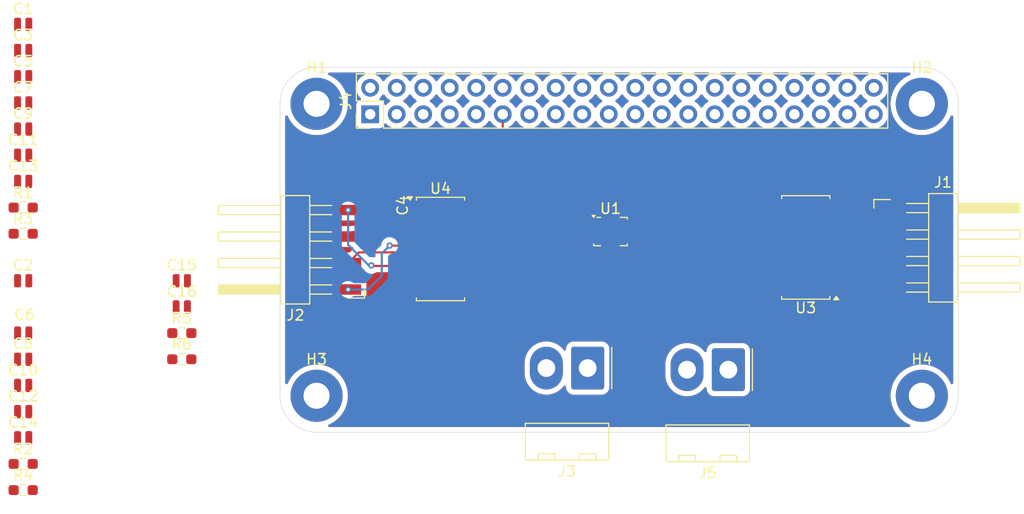
<source format=kicad_pcb>
(kicad_pcb (version 20241229) (generator "pcbnew") (generator_version "9.0")
  (layers (0 "F.Cu" signal) (2 "B.Cu" signal) (13 "F.Paste" user) (15 "B.Paste" user) (5 "F.SilkS" user "F.Silkscreen") (7 "B.SilkS" user "B.Silkscreen") (1 "F.Mask" user) (3 "B.Mask" user) (25 "Edge.Cuts" user))
  (net 0 "")
  (net 1 "Net-(U3-5VOUT)")
  (net 2 "GND")
  (net 3 "Net-(U4-5VOUT)")
  (net 4 "Net-(U3-CPO)")
  (net 5 "Net-(U3-CPI)")
  (net 6 "Net-(U4-CPO)")
  (net 7 "Net-(U4-CPI)")
  (net 8 "+24V")
  (net 9 "Net-(U3-VCP)")
  (net 10 "Net-(U4-VCP)")
  (net 11 "+5V")
  (net 12 "/stepper_driver_1/OB1")
  (net 13 "/stepper_driver_1/OB2")
  (net 14 "/stepper_driver_1/OA1")
  (net 15 "/stepper_driver_1/OA2")
  (net 16 "/stepper_driver_2/OA1")
  (net 17 "/stepper_driver_2/OB1")
  (net 18 "/stepper_driver_2/OB2")
  (net 19 "/stepper_driver_2/OA2")
  (net 21 "CLK")
  (net 22 "INDEX1")
  (net 30 "INDEX2")
  (net 31 "STEP2")
  (net 32 "SDA")
  (net 34 "SA0")
  (net 36 "DIR1")
  (net 41 "STEP1")
  (net 42 "DIAG2")
  (net 43 "DIR2")
  (net 45 "DIAG1")
  (net 46 "INT1")
  (net 47 "SCL")
  (net 49 "INT2")
  (net 50 "Net-(U3-BRB)")
  (net 51 "Net-(U4-BRB)")
  (net 52 "Net-(U3-BRA)")
  (net 53 "Net-(U4-BRA)")
  (footprint "Capacitor_SMD:C_0504_1310Metric" (layer "F.Cu") (at 25.3875 53.41)
    (property "Reference" "C7" (at 0 -1.49 0) (layer "F.SilkS"))
    (property "Value" "100n")
    (pad "1" smd roundrect (at -0.54 0) (size 0.66 1.28) (layers "F.Cu" "F.Mask" "F.Paste") (net 8 "+24V"))
    (pad "2" smd roundrect (at 0.54 0) (size 0.66 1.28) (layers "F.Cu" "F.Mask" "F.Paste") (net 2 "GND"))
  )
  (footprint "Capacitor_SMD:C_0504_1310Metric" (layer "F.Cu") (at 25.3875 50.9)
    (property "Reference" "C5" (at 0 -1.49 0) (layer "F.SilkS"))
    (property "Value" "100n")
    (pad "1" smd roundrect (at -0.54 0) (size 0.66 1.28) (layers "F.Cu" "F.Mask" "F.Paste") (net 8 "+24V"))
    (pad "2" smd roundrect (at 0.54 0) (size 0.66 1.28) (layers "F.Cu" "F.Mask" "F.Paste") (net 9 "Net-(U3-VCP)"))
  )
  (footprint "Package_LGA:LGA-14_3x2.5mm_P0.5mm_LayoutBorder3x4y" (layer "F.Cu") (at 81.6625 65.75)
    (property "Reference" "U1" (at 0 -2.2 0) (layer "F.SilkS"))
    (property "Value" "LSM6DSM")
    (fp_line (start -1.61 1.36) (end -1.61 1.185) (stroke (width 0.12)) (layer "F.SilkS"))
    (fp_line (start -0.935 -1.36) (end -1.31 -1.36) (stroke (width 0.12)) (layer "F.SilkS"))
    (fp_line (start -0.935 1.36) (end -1.61 1.36) (stroke (width 0.12)) (layer "F.SilkS"))
    (fp_line (start 0.935 -1.36) (end 1.61 -1.36) (stroke (width 0.12)) (layer "F.SilkS"))
    (fp_line (start 0.935 1.36) (end 1.61 1.36) (stroke (width 0.12)) (layer "F.SilkS"))
    (fp_line (start 1.61 -1.36) (end 1.61 -1.185) (stroke (width 0.12)) (layer "F.SilkS"))
    (fp_line (start 1.61 1.36) (end 1.61 1.185) (stroke (width 0.12)) (layer "F.SilkS"))
    (fp_poly (pts (xy -1.61 -1.36) (xy -1.75 -1.55) (xy -1.47 -1.55) (xy -1.61 -1.36)) (stroke (width 0.12)) (fill yes) (layer "F.SilkS"))
    (pad "1" smd roundrect (at -1.1625 -0.75) (size 0.625 0.35) (layers "F.Cu" "F.Mask" "F.Paste") (net 34 "SA0"))
    (pad "2" smd roundrect (at -1.1625 -0.25) (size 0.625 0.35) (layers "F.Cu" "F.Mask" "F.Paste") (net 2 "GND"))
    (pad "3" smd roundrect (at -1.1625 0.25) (size 0.625 0.35) (layers "F.Cu" "F.Mask" "F.Paste") (net 2 "GND"))
    (pad "4" smd roundrect (at -1.1625 0.75) (size 0.625 0.35) (layers "F.Cu" "F.Mask" "F.Paste") (net 46 "INT1"))
    (pad "5" smd roundrect (at -0.5 0.9125) (size 0.35 0.625) (layers "F.Cu" "F.Mask" "F.Paste") (net 11 "+5V"))
    (pad "6" smd roundrect (at 0 0.9125) (size 0.35 0.625) (layers "F.Cu" "F.Mask" "F.Paste") (net 2 "GND"))
    (pad "7" smd roundrect (at 0.5 0.9125) (size 0.35 0.625) (layers "F.Cu" "F.Mask" "F.Paste") (net 2 "GND"))
    (pad "8" smd roundrect (at 1.1625 0.75) (size 0.625 0.35) (layers "F.Cu" "F.Mask" "F.Paste") (net 11 "+5V"))
    (pad "9" smd roundrect (at 1.1625 0.25) (size 0.625 0.35) (layers "F.Cu" "F.Mask" "F.Paste") (net 49 "INT2"))
    (pad "10" smd roundrect (at 1.1625 -0.25) (size 0.625 0.35) (layers "F.Cu" "F.Mask" "F.Paste"))
    (pad "11" smd roundrect (at 1.1625 -0.75) (size 0.625 0.35) (layers "F.Cu" "F.Mask" "F.Paste"))
    (pad "12" smd roundrect (at 0.5 -0.9125) (size 0.35 0.625) (layers "F.Cu" "F.Mask" "F.Paste") (net 11 "+5V"))
    (pad "13" smd roundrect (at 0 -0.9125) (size 0.35 0.625) (layers "F.Cu" "F.Mask" "F.Paste") (net 47 "SCL"))
    (pad "14" smd roundrect (at -0.5 -0.9125) (size 0.35 0.625) (layers "F.Cu" "F.Mask" "F.Paste") (net 32 "SDA"))
  )
  (footprint "MountingHole:MountingHole_2.5mm_Pad" (layer "F.Cu") (at 53.5 53.5)
    (property "Reference" "H1" (at 0 -3.5 0) (layer "F.SilkS"))
    (property "Value" "MountingHole_Pad")
    (pad "1" thru_hole circle (at 0 0) (size 5 5) (drill 2.5) (layers "*.Cu" "*.Mask") (net 2 "GND"))
  )
  (footprint "Connector_PinHeader_2.54mm:PinHeader_2x20_P2.54mm_Vertical" (layer "F.Cu") (at 58.64 54.5 90)
    (property "Reference" "J4" (at 1.27 -2.33 90) (layer "F.SilkS"))
    (property "Value" "02x20_RPi_Shield")
    (fp_line (start 3.87 -1.33) (end 3.87 49.59) (stroke (width 0.12)) (layer "F.SilkS"))
    (fp_line (start 1.27 -1.33) (end 3.87 -1.33) (stroke (width 0.12)) (layer "F.SilkS"))
    (fp_line (start -1.33 -1.33) (end 0 -1.33) (stroke (width 0.12)) (layer "F.SilkS"))
    (fp_line (start -1.33 0) (end -1.33 -1.33) (stroke (width 0.12)) (layer "F.SilkS"))
    (fp_line (start 1.27 1.27) (end 1.27 -1.33) (stroke (width 0.12)) (layer "F.SilkS"))
    (fp_line (start -1.33 1.27) (end 1.27 1.27) (stroke (width 0.12)) (layer "F.SilkS"))
    (fp_line (start -1.33 1.27) (end -1.33 49.59) (stroke (width 0.12)) (layer "F.SilkS"))
    (fp_line (start -1.33 49.59) (end 3.87 49.59) (stroke (width 0.12)) (layer "F.SilkS"))
    (pad "1" thru_hole rect (at 0 0 90) (size 1.7 1.7) (drill 1) (layers "*.Cu" "*.Mask"))
    (pad "2" thru_hole oval (at 2.54 0 90) (size 1.7 1.7) (drill 1) (layers "*.Cu" "*.Mask") (net 32 "SDA"))
    (pad "3" thru_hole oval (at 0 2.54 90) (size 1.7 1.7) (drill 1) (layers "*.Cu" "*.Mask") (net 47 "SCL"))
    (pad "4" thru_hole oval (at 2.54 2.54 90) (size 1.7 1.7) (drill 1) (layers "*.Cu" "*.Mask") (net 34 "SA0"))
    (pad "5" thru_hole oval (at 0 5.08 90) (size 1.7 1.7) (drill 1) (layers "*.Cu" "*.Mask") (net 2 "GND"))
    (pad "6" thru_hole oval (at 2.54 5.08 90) (size 1.7 1.7) (drill 1) (layers "*.Cu" "*.Mask") (net 41 "STEP1"))
    (pad "7" thru_hole oval (at 0 7.62 90) (size 1.7 1.7) (drill 1) (layers "*.Cu" "*.Mask") (net 36 "DIR1"))
    (pad "8" thru_hole oval (at 2.54 7.62 90) (size 1.7 1.7) (drill 1) (layers "*.Cu" "*.Mask") (net 22 "INDEX1"))
    (pad "9" thru_hole oval (at 0 10.16 90) (size 1.7 1.7) (drill 1) (layers "*.Cu" "*.Mask"))
    (pad "10" thru_hole oval (at 2.54 10.16 90) (size 1.7 1.7) (drill 1) (layers "*.Cu" "*.Mask") (net 45 "DIAG1"))
    (pad "11" thru_hole oval (at 0 12.7 90) (size 1.7 1.7) (drill 1) (layers "*.Cu" "*.Mask") (net 31 "STEP2"))
    (pad "12" thru_hole oval (at 2.54 12.7 90) (size 1.7 1.7) (drill 1) (layers "*.Cu" "*.Mask") (net 43 "DIR2"))
    (pad "13" thru_hole oval (at 0 15.24 90) (size 1.7 1.7) (drill 1) (layers "*.Cu" "*.Mask") (net 2 "GND"))
    (pad "14" thru_hole oval (at 2.54 15.24 90) (size 1.7 1.7) (drill 1) (layers "*.Cu" "*.Mask"))
    (pad "15" thru_hole oval (at 0 17.78 90) (size 1.7 1.7) (drill 1) (layers "*.Cu" "*.Mask") (net 30 "INDEX2"))
    (pad "16" thru_hole oval (at 2.54 17.78 90) (size 1.7 1.7) (drill 1) (layers "*.Cu" "*.Mask") (net 42 "DIAG2"))
    (pad "17" thru_hole oval (at 0 20.32 90) (size 1.7 1.7) (drill 1) (layers "*.Cu" "*.Mask") (net 21 "CLK"))
    (pad "18" thru_hole oval (at 2.54 20.32 90) (size 1.7 1.7) (drill 1) (layers "*.Cu" "*.Mask"))
    (pad "19" thru_hole oval (at 0 22.86 90) (size 1.7 1.7) (drill 1) (layers "*.Cu" "*.Mask"))
    (pad "20" thru_hole oval (at 2.54 22.86 90) (size 1.7 1.7) (drill 1) (layers "*.Cu" "*.Mask") (net 2 "GND"))
    (pad "21" thru_hole oval (at 0 25.4 90) (size 1.7 1.7) (drill 1) (layers "*.Cu" "*.Mask"))
    (pad "22" thru_hole oval (at 2.54 25.4 90) (size 1.7 1.7) (drill 1) (layers "*.Cu" "*.Mask"))
    (pad "23" thru_hole oval (at 0 27.94 90) (size 1.7 1.7) (drill 1) (layers "*.Cu" "*.Mask"))
    (pad "24" thru_hole oval (at 2.54 27.94 90) (size 1.7 1.7) (drill 1) (layers "*.Cu" "*.Mask") (net 2 "GND"))
    (pad "25" thru_hole oval (at 0 30.48 90) (size 1.7 1.7) (drill 1) (layers "*.Cu" "*.Mask"))
    (pad "26" thru_hole oval (at 2.54 30.48 90) (size 1.7 1.7) (drill 1) (layers "*.Cu" "*.Mask") (net 2 "GND"))
    (pad "27" thru_hole oval (at 0 33.02 90) (size 1.7 1.7) (drill 1) (layers "*.Cu" "*.Mask"))
    (pad "28" thru_hole oval (at 2.54 33.02 90) (size 1.7 1.7) (drill 1) (layers "*.Cu" "*.Mask"))
    (pad "29" thru_hole oval (at 0 35.56 90) (size 1.7 1.7) (drill 1) (layers "*.Cu" "*.Mask"))
    (pad "30" thru_hole oval (at 2.54 35.56 90) (size 1.7 1.7) (drill 1) (layers "*.Cu" "*.Mask"))
    (pad "31" thru_hole oval (at 0 38.1 90) (size 1.7 1.7) (drill 1) (layers "*.Cu" "*.Mask") (net 2 "GND"))
    (pad "32" thru_hole oval (at 2.54 38.1 90) (size 1.7 1.7) (drill 1) (layers "*.Cu" "*.Mask"))
    (pad "33" thru_hole oval (at 0 40.64 90) (size 1.7 1.7) (drill 1) (layers "*.Cu" "*.Mask"))
    (pad "34" thru_hole oval (at 2.54 40.64 90) (size 1.7 1.7) (drill 1) (layers "*.Cu" "*.Mask") (net 2 "GND"))
    (pad "35" thru_hole oval (at 0 43.18 90) (size 1.7 1.7) (drill 1) (layers "*.Cu" "*.Mask"))
    (pad "36" thru_hole oval (at 2.54 43.18 90) (size 1.7 1.7) (drill 1) (layers "*.Cu" "*.Mask") (net 49 "INT2"))
    (pad "37" thru_hole oval (at 0 45.72 90) (size 1.7 1.7) (drill 1) (layers "*.Cu" "*.Mask") (net 46 "INT1"))
    (pad "38" thru_hole oval (at 2.54 45.72 90) (size 1.7 1.7) (drill 1) (layers "*.Cu" "*.Mask") (net 2 "GND"))
    (pad "39" thru_hole oval (at 0 48.26 90) (size 1.7 1.7) (drill 1) (layers "*.Cu" "*.Mask") (net 11 "+5V"))
    (pad "40" thru_hole oval (at 2.54 48.26 90) (size 1.7 1.7) (drill 1) (layers "*.Cu" "*.Mask") (net 11 "+5V"))
  )
  (footprint "Capacitor_SMD:C_0504_1310Metric" (layer "F.Cu") (at 25.3875 55.92)
    (property "Reference" "C9" (at 0 -1.49 0) (layer "F.SilkS"))
    (property "Value" "100n")
    (pad "1" smd roundrect (at -0.54 0) (size 0.66 1.28) (layers "F.Cu" "F.Mask" "F.Paste") (net 8 "+24V"))
    (pad "2" smd roundrect (at 0.54 0) (size 0.66 1.28) (layers "F.Cu" "F.Mask" "F.Paste") (net 2 "GND"))
  )
  (footprint "Capacitor_SMD:C_0504_1310Metric" (layer "F.Cu") (at 25.3875 85.53)
    (property "Reference" "C14" (at 0 -1.49 0) (layer "F.SilkS"))
    (property "Value" "100n")
    (pad "1" smd roundrect (at -0.54 0) (size 0.66 1.28) (layers "F.Cu" "F.Mask" "F.Paste") (net 11 "+5V"))
    (pad "2" smd roundrect (at 0.54 0) (size 0.66 1.28) (layers "F.Cu" "F.Mask" "F.Paste") (net 2 "GND"))
  )
  (footprint "Capacitor_SMD:C_0504_1310Metric" (layer "F.Cu") (at 25.3875 83.02)
    (property "Reference" "C12" (at 0 -1.49 0) (layer "F.SilkS"))
    (property "Value" "100u")
    (pad "1" smd roundrect (at -0.54 0) (size 0.66 1.28) (layers "F.Cu" "F.Mask" "F.Paste") (net 8 "+24V"))
    (pad "2" smd roundrect (at 0.54 0) (size 0.66 1.28) (layers "F.Cu" "F.Mask" "F.Paste") (net 2 "GND"))
  )
  (footprint "Connector_Molex:Molex_KK-396_A-41792-0002_1x02_P3.96mm_Horizontal" (layer "F.Cu") (at 92.96 79 180)
    (property "Reference" "J5" (at 1.98 -9.91 0) (layer "F.SilkS"))
    (property "Value" "PwrConn_01x02_Socket")
    (fp_line (start 5.975 -5.3) (end -2.015 -5.3) (stroke (width 0.12)) (layer "F.SilkS"))
    (fp_line (start 5.975 -8.82) (end 5.975 -5.3) (stroke (width 0.12)) (layer "F.SilkS"))
    (fp_line (start 4.76 -8.22) (end 4.76 -8.82) (stroke (width 0.12)) (layer "F.SilkS"))
    (fp_line (start 3.16 -8.22) (end 4.76 -8.22) (stroke (width 0.12)) (layer "F.SilkS"))
    (fp_line (start 3.16 -8.82) (end 3.16 -8.22) (stroke (width 0.12)) (layer "F.SilkS"))
    (fp_line (start 0.8 -8.22) (end 0.8 -8.82) (stroke (width 0.12)) (layer "F.SilkS"))
    (fp_line (start -0.8 -8.22) (end 0.8 -8.22) (stroke (width 0.12)) (layer "F.SilkS"))
    (fp_line (start -0.8 -8.82) (end -0.8 -8.22) (stroke (width 0.12)) (layer "F.SilkS"))
    (fp_line (start -2.015 -5.3) (end -2.015 -8.82) (stroke (width 0.12)) (layer "F.SilkS"))
    (fp_line (start -2.015 -8.82) (end 5.975 -8.82) (stroke (width 0.12)) (layer "F.SilkS"))
    (fp_line (start -2.305 -2) (end -2.305 2) (stroke (width 0.12)) (layer "F.SilkS"))
    (pad "1" thru_hole roundrect (at 0 0 180) (size 3.16 4.1) (drill 1.7) (layers "*.Cu" "*.Mask") (roundrect_rratio 0.079114) (net 2 "GND"))
    (pad "2" thru_hole oval (at 3.96 0 180) (size 3.16 4.1) (drill 1.7) (layers "*.Cu" "*.Mask") (net 8 "+24V"))
  )
  (footprint "Package_SO:HTSSOP-28-1EP_4.4x9.7mm_P0.65mm_EP2.75x6.2mm" (layer "F.Cu") (at 65.375 67.425)
    (property "Reference" "U4" (at 0 -5.8 0) (layer "F.SilkS"))
    (property "Value" "~")
    (fp_line (start -2.31 -4.96) (end -2.31 -4.685) (stroke (width 0.12)) (layer "F.SilkS"))
    (fp_line (start -2.31 4.96) (end -2.31 4.685) (stroke (width 0.12)) (layer "F.SilkS"))
    (fp_line (start 0 -4.96) (end -2.31 -4.96) (stroke (width 0.12)) (layer "F.SilkS"))
    (fp_line (start 0 -4.96) (end 2.31 -4.96) (stroke (width 0.12)) (layer "F.SilkS"))
    (fp_line (start 0 4.96) (end -2.31 4.96) (stroke (width 0.12)) (layer "F.SilkS"))
    (fp_line (start 0 4.96) (end 2.31 4.96) (stroke (width 0.12)) (layer "F.SilkS"))
    (fp_line (start 2.31 -4.96) (end 2.31 -4.685) (stroke (width 0.12)) (layer "F.SilkS"))
    (fp_line (start 2.31 4.96) (end 2.31 4.685) (stroke (width 0.12)) (layer "F.SilkS"))
    (fp_poly (pts (xy -2.925 -4.685) (xy -3.165 -5.015) (xy -2.685 -5.015) (xy -2.925 -4.685)) (stroke (width 0.12)) (fill yes) (layer "F.SilkS"))
    (pad "1" smd roundrect (at -2.875 -4.225) (size 1.55 0.4) (layers "F.Cu" "F.Mask" "F.Paste") (net 6 "Net-(U4-CPO)"))
    (pad "2" smd roundrect (at -2.875 -3.575) (size 1.55 0.4) (layers "F.Cu" "F.Mask" "F.Paste") (net 7 "Net-(U4-CPI)"))
    (pad "3" smd roundrect (at -2.875 -2.925) (size 1.55 0.4) (layers "F.Cu" "F.Mask" "F.Paste") (net 10 "Net-(U4-VCP)"))
    (pad "4" smd roundrect (at -2.875 -2.275) (size 1.55 0.4) (layers "F.Cu" "F.Mask" "F.Paste") (net 8 "+24V"))
    (pad "5" smd roundrect (at -2.875 -1.625) (size 1.55 0.4) (layers "F.Cu" "F.Mask" "F.Paste") (net 19 "/stepper_driver_2/OA2"))
    (pad "6" smd roundrect (at -2.875 -0.975) (size 1.55 0.4) (layers "F.Cu" "F.Mask" "F.Paste") (net 53 "Net-(U4-BRA)"))
    (pad "7" smd roundrect (at -2.875 -0.325) (size 1.55 0.4) (layers "F.Cu" "F.Mask" "F.Paste") (net 16 "/stepper_driver_2/OA1"))
    (pad "8" smd roundrect (at -2.875 0.325) (size 1.55 0.4) (layers "F.Cu" "F.Mask" "F.Paste") (net 17 "/stepper_driver_2/OB1"))
    (pad "9" smd roundrect (at -2.875 0.975) (size 1.55 0.4) (layers "F.Cu" "F.Mask" "F.Paste") (net 51 "Net-(U4-BRB)"))
    (pad "10" smd roundrect (at -2.875 1.625) (size 1.55 0.4) (layers "F.Cu" "F.Mask" "F.Paste") (net 18 "/stepper_driver_2/OB2"))
    (pad "11" smd roundrect (at -2.875 2.275) (size 1.55 0.4) (layers "F.Cu" "F.Mask" "F.Paste") (net 8 "+24V"))
    (pad "12" smd roundrect (at -2.875 2.925) (size 1.55 0.4) (layers "F.Cu" "F.Mask" "F.Paste"))
    (pad "13" smd roundrect (at -2.875 3.575) (size 1.55 0.4) (layers "F.Cu" "F.Mask" "F.Paste") (net 2 "GND"))
    (pad "14" smd roundrect (at -2.875 4.225) (size 1.55 0.4) (layers "F.Cu" "F.Mask" "F.Paste") (net 2 "GND"))
    (pad "15" smd roundrect (at 2.875 4.225) (size 1.55 0.4) (layers "F.Cu" "F.Mask" "F.Paste") (net 3 "Net-(U4-5VOUT)"))
    (pad "16" smd roundrect (at 2.875 3.575) (size 1.55 0.4) (layers "F.Cu" "F.Mask" "F.Paste") (net 11 "+5V"))
    (pad "17" smd roundrect (at 2.875 2.925) (size 1.55 0.4) (layers "F.Cu" "F.Mask" "F.Paste") (net 2 "GND"))
    (pad "18" smd roundrect (at 2.875 2.275) (size 1.55 0.4) (layers "F.Cu" "F.Mask" "F.Paste") (net 42 "DIAG2"))
    (pad "19" smd roundrect (at 2.875 1.625) (size 1.55 0.4) (layers "F.Cu" "F.Mask" "F.Paste") (net 2 "GND"))
    (pad "20" smd roundrect (at 2.875 0.975) (size 1.55 0.4) (layers "F.Cu" "F.Mask" "F.Paste") (net 43 "DIR2"))
    (pad "21" smd roundrect (at 2.875 0.325) (size 1.55 0.4) (layers "F.Cu" "F.Mask" "F.Paste") (net 2 "GND"))
    (pad "22" smd roundrect (at 2.875 -0.325) (size 1.55 0.4) (layers "F.Cu" "F.Mask" "F.Paste") (net 31 "STEP2"))
    (pad "23" smd roundrect (at 2.875 -0.975) (size 1.55 0.4) (layers "F.Cu" "F.Mask" "F.Paste"))
    (pad "24" smd roundrect (at 2.875 -1.625) (size 1.55 0.4) (layers "F.Cu" "F.Mask" "F.Paste") (net 21 "CLK"))
    (pad "25" smd roundrect (at 2.875 -2.275) (size 1.55 0.4) (layers "F.Cu" "F.Mask" "F.Paste") (net 11 "+5V"))
    (pad "26" smd roundrect (at 2.875 -2.925) (size 1.55 0.4) (layers "F.Cu" "F.Mask" "F.Paste") (net 11 "+5V"))
    (pad "27" smd roundrect (at 2.875 -3.575) (size 1.55 0.4) (layers "F.Cu" "F.Mask" "F.Paste") (net 30 "INDEX2"))
    (pad "28" smd roundrect (at 2.875 -4.225) (size 1.55 0.4) (layers "F.Cu" "F.Mask" "F.Paste") (net 2 "GND"))
    (pad "29" smd rect (at 0 0) (size 2.75 6.2) (property pad_prop_heatsink) (layers "F.Cu" "F.Mask") (net 2 "GND"))
  )
  (footprint "Capacitor_SMD:C_0504_1310Metric" (layer "F.Cu") (at 25.3875 75.49)
    (property "Reference" "C6" (at 0.1125 -1.74 180) (layer "F.SilkS"))
    (property "Value" "100n")
    (pad "1" smd roundrect (at -0.54 0) (size 0.66 1.28) (layers "F.Cu" "F.Mask" "F.Paste") (net 8 "+24V"))
    (pad "2" smd roundrect (at 0.54 0) (size 0.66 1.28) (layers "F.Cu" "F.Mask" "F.Paste") (net 10 "Net-(U4-VCP)"))
  )
  (footprint "Resistor_SMD:R_0603_1608Metric_Pad0.98x0.95mm_HandSolder" (layer "F.Cu") (at 40.5875 78)
    (property "Reference" "R6" (at 0 -1.43 0) (layer "F.SilkS"))
    (property "Value" "10k")
    (fp_line (start -0.254724 -0.5225) (end 0.254724 -0.5225) (stroke (width 0.12)) (layer "F.SilkS"))
    (fp_line (start -0.254724 0.5225) (end 0.254724 0.5225) (stroke (width 0.12)) (layer "F.SilkS"))
    (pad "1" smd roundrect (at -0.9125 0) (size 0.975 0.95) (layers "F.Cu" "F.Mask" "F.Paste") (net 47 "SCL"))
    (pad "2" smd roundrect (at 0.9125 0) (size 0.975 0.95) (layers "F.Cu" "F.Mask" "F.Paste") (net 11 "+5V"))
  )
  (footprint "Capacitor_SMD:C_0504_1310Metric" (layer "F.Cu") (at 40.5875 72.98)
    (property "Reference" "C16" (at 0 -1.49 0) (layer "F.SilkS"))
    (property "Value" "100n")
    (pad "1" smd roundrect (at -0.54 0) (size 0.66 1.28) (layers "F.Cu" "F.Mask" "F.Paste") (net 11 "+5V"))
    (pad "2" smd roundrect (at 0.54 0) (size 0.66 1.28) (layers "F.Cu" "F.Mask" "F.Paste") (net 2 "GND"))
  )
  (footprint "Connector_Molex:Molex_KK-396_A-41792-0002_1x02_P3.96mm_Horizontal" (layer "F.Cu") (at 79.48 78.845 180)
    (property "Reference" "J3" (at 1.98 -9.91 0) (layer "F.SilkS"))
    (property "Value" "PwrConn_01x02_Socket")
    (fp_line (start 5.975 -5.3) (end -2.015 -5.3) (stroke (width 0.12)) (layer "F.SilkS"))
    (fp_line (start 5.975 -8.82) (end 5.975 -5.3) (stroke (width 0.12)) (layer "F.SilkS"))
    (fp_line (start 4.76 -8.22) (end 4.76 -8.82) (stroke (width 0.12)) (layer "F.SilkS"))
    (fp_line (start 3.16 -8.22) (end 4.76 -8.22) (stroke (width 0.12)) (layer "F.SilkS"))
    (fp_line (start 3.16 -8.82) (end 3.16 -8.22) (stroke (width 0.12)) (layer "F.SilkS"))
    (fp_line (start 0.8 -8.22) (end 0.8 -8.82) (stroke (width 0.12)) (layer "F.SilkS"))
    (fp_line (start -0.8 -8.22) (end 0.8 -8.22) (stroke (width 0.12)) (layer "F.SilkS"))
    (fp_line (start -0.8 -8.82) (end -0.8 -8.22) (stroke (width 0.12)) (layer "F.SilkS"))
    (fp_line (start -2.015 -5.3) (end -2.015 -8.82) (stroke (width 0.12)) (layer "F.SilkS"))
    (fp_line (start -2.015 -8.82) (end 5.975 -8.82) (stroke (width 0.12)) (layer "F.SilkS"))
    (fp_line (start -2.305 -2) (end -2.305 2) (stroke (width 0.12)) (layer "F.SilkS"))
    (pad "1" thru_hole roundrect (at 0 0 180) (size 3.16 4.1) (drill 1.7) (layers "*.Cu" "*.Mask") (roundrect_rratio 0.079114) (net 2 "GND"))
    (pad "2" thru_hole oval (at 3.96 0 180) (size 3.16 4.1) (drill 1.7) (layers "*.Cu" "*.Mask") (net 11 "+5V"))
  )
  (footprint "MountingHole:MountingHole_2.5mm_Pad" (layer "F.Cu") (at 53.5 81.5)
    (property "Reference" "H3" (at 0 -3.5 0) (layer "F.SilkS"))
    (property "Value" "MountingHole_Pad")
    (pad "1" thru_hole circle (at 0 0) (size 5 5) (drill 2.5) (layers "*.Cu" "*.Mask") (net 2 "GND"))
  )
  (footprint "Capacitor_SMD:C_0504_1310Metric" (layer "F.Cu") (at 60.25 63.25 -90)
    (property "Reference" "C4" (at 0 -1.49 90) (layer "F.SilkS"))
    (property "Value" "22n")
    (pad "1" smd roundrect (at -0.54 0 270) (size 0.66 1.28) (layers "F.Cu" "F.Mask" "F.Paste") (net 6 "Net-(U4-CPO)"))
    (pad "2" smd roundrect (at 0.54 0 270) (size 0.66 1.28) (layers "F.Cu" "F.Mask" "F.Paste") (net 7 "Net-(U4-CPI)"))
  )
  (footprint "Package_SO:HTSSOP-28-1EP_4.4x9.7mm_P0.65mm_EP2.75x6.2mm" (layer "F.Cu") (at 100.375 67.275 180)
    (property "Reference" "U3" (at 0 -5.8 0) (layer "F.SilkS"))
    (property "Value" "~")
    (fp_line (start 2.31 4.96) (end 2.31 4.685) (stroke (width 0.12)) (layer "F.SilkS"))
    (fp_line (start 2.31 -4.96) (end 2.31 -4.685) (stroke (width 0.12)) (layer "F.SilkS"))
    (fp_line (start 0 4.96) (end 2.31 4.96) (stroke (width 0.12)) (layer "F.SilkS"))
    (fp_line (start 0 4.96) (end -2.31 4.96) (stroke (width 0.12)) (layer "F.SilkS"))
    (fp_line (start 0 -4.96) (end 2.31 -4.96) (stroke (width 0.12)) (layer "F.SilkS"))
    (fp_line (start 0 -4.96) (end -2.31 -4.96) (stroke (width 0.12)) (layer "F.SilkS"))
    (fp_line (start -2.31 4.96) (end -2.31 4.685) (stroke (width 0.12)) (layer "F.SilkS"))
    (fp_line (start -2.31 -4.96) (end -2.31 -4.685) (stroke (width 0.12)) (layer "F.SilkS"))
    (fp_poly (pts (xy -2.925 -4.685) (xy -3.165 -5.015) (xy -2.685 -5.015) (xy -2.925 -4.685)) (stroke (width 0.12)) (fill yes) (layer "F.SilkS"))
    (pad "1" smd roundrect (at -2.875 -4.225 180) (size 1.55 0.4) (layers "F.Cu" "F.Mask" "F.Paste") (net 4 "Net-(U3-CPO)"))
    (pad "2" smd roundrect (at -2.875 -3.575 180) (size 1.55 0.4) (layers "F.Cu" "F.Mask" "F.Paste") (net 5 "Net-(U3-CPI)"))
    (pad "3" smd roundrect (at -2.875 -2.925 180) (size 1.55 0.4) (layers "F.Cu" "F.Mask" "F.Paste") (net 9 "Net-(U3-VCP)"))
    (pad "4" smd roundrect (at -2.875 -2.275 180) (size 1.55 0.4) (layers "F.Cu" "F.Mask" "F.Paste") (net 8 "+24V"))
    (pad "5" smd roundrect (at -2.875 -1.625 180) (size 1.55 0.4) (layers "F.Cu" "F.Mask" "F.Paste") (net 15 "/stepper_driver_1/OA2"))
    (pad "6" smd roundrect (at -2.875 -0.975 180) (size 1.55 0.4) (layers "F.Cu" "F.Mask" "F.Paste") (net 52 "Net-(U3-BRA)"))
    (pad "7" smd roundrect (at -2.875 -0.325 180) (size 1.55 0.4) (layers "F.Cu" "F.Mask" "F.Paste") (net 14 "/stepper_driver_1/OA1"))
    (pad "8" smd roundrect (at -2.875 0.325 180) (size 1.55 0.4) (layers "F.Cu" "F.Mask" "F.Paste") (net 12 "/stepper_driver_1/OB1"))
    (pad "9" smd roundrect (at -2.875 0.975 180) (size 1.55 0.4) (layers "F.Cu" "F.Mask" "F.Paste") (net 50 "Net-(U3-BRB)"))
    (pad "10" smd roundrect (at -2.875 1.625 180) (size 1.55 0.4) (layers "F.Cu" "F.Mask" "F.Paste") (net 13 "/stepper_driver_1/OB2"))
    (pad "11" smd roundrect (at -2.875 2.275 180) (size 1.55 0.4) (layers "F.Cu" "F.Mask" "F.Paste") (net 8 "+24V"))
    (pad "12" smd roundrect (at -2.875 2.925 180) (size 1.55 0.4) (layers "F.Cu" "F.Mask" "F.Paste"))
    (pad "13" smd roundrect (at -2.875 3.575 180) (size 1.55 0.4) (layers "F.Cu" "F.Mask" "F.Paste") (net 2 "GND"))
    (pad "14" smd roundrect (at -2.875 4.225 180) (size 1.55 0.4) (layers "F.Cu" "F.Mask" "F.Paste") (net 2 "GND"))
    (pad "15" smd roundrect (at 2.875 4.225 180) (size 1.55 0.4) (layers "F.Cu" "F.Mask" "F.Paste") (net 1 "Net-(U3-5VOUT)"))
    (pad "16" smd roundrect (at 2.875 3.575 180) (size 1.55 0.4) (layers "F.Cu" "F.Mask" "F.Paste") (net 11 "+5V"))
    (pad "17" smd roundrect (at 2.875 2.925 180) (size 1.55 0.4) (layers "F.Cu" "F.Mask" "F.Paste") (net 2 "GND"))
    (pad "18" smd roundrect (at 2.875 2.275 180) (size 1.55 0.4) (layers "F.Cu" "F.Mask" "F.Paste") (net 45 "DIAG1"))
    (pad "19" smd roundrect (at 2.875 1.625 180) (size 1.55 0.4) (layers "F.Cu" "F.Mask" "F.Paste") (net 2 "GND"))
    (pad "20" smd roundrect (at 2.875 0.975 180) (size 1.55 0.4) (layers "F.Cu" "F.Mask" "F.Paste") (net 36 "DIR1"))
    (pad "21" smd roundrect (at 2.875 0.325 180) (size 1.55 0.4) (layers "F.Cu" "F.Mask" "F.Paste") (net 2 "GND"))
    (pad "22" smd roundrect (at 2.875 -0.325 180) (size 1.55 0.4) (layers "F.Cu" "F.Mask" "F.Paste") (net 41 "STEP1"))
    (pad "23" smd roundrect (at 2.875 -0.975 180) (size 1.55 0.4) (layers "F.Cu" "F.Mask" "F.Paste"))
    (pad "24" smd roundrect (at 2.875 -1.625 180) (size 1.55 0.4) (layers "F.Cu" "F.Mask" "F.Paste") (net 21 "CLK"))
    (pad "25" smd roundrect (at 2.875 -2.275 180) (size 1.55 0.4) (layers "F.Cu" "F.Mask" "F.Paste") (net 11 "+5V"))
    (pad "26" smd roundrect (at 2.875 -2.925 180) (size 1.55 0.4) (layers "F.Cu" "F.Mask" "F.Paste") (net 11 "+5V"))
    (pad "27" smd roundrect (at 2.875 -3.575 180) (size 1.55 0.4) (layers "F.Cu" "F.Mask" "F.Paste") (net 22 "INDEX1"))
    (pad "28" smd roundrect (at 2.875 -4.225 180) (size 1.55 0.4) (layers "F.Cu" "F.Mask" "F.Paste") (net 2 "GND"))
    (pad "29" smd rect (at 0 0 180) (size 2.75 6.2) (property pad_prop_heatsink) (layers "F.Cu" "F.Mask") (net 2 "GND"))
  )
  (footprint "MountingHole:MountingHole_2.5mm_Pad" (layer "F.Cu") (at 111.5 53.5)
    (property "Reference" "H2" (at 0 -3.5 0) (layer "F.SilkS"))
    (property "Value" "MountingHole_Pad")
    (pad "1" thru_hole circle (at 0 0) (size 5 5) (drill 2.5) (layers "*.Cu" "*.Mask") (net 2 "GND"))
  )
  (footprint "Resistor_SMD:R_0603_1608Metric_Pad0.98x0.95mm_HandSolder" (layer "F.Cu") (at 25.3875 65.96)
    (property "Reference" "R3" (at 0 -1.43 0) (layer "F.SilkS"))
    (property "Value" "220m")
    (fp_line (start -0.254724 -0.5225) (end 0.254724 -0.5225) (stroke (width 0.12)) (layer "F.SilkS"))
    (fp_line (start -0.254724 0.5225) (end 0.254724 0.5225) (stroke (width 0.12)) (layer "F.SilkS"))
    (pad "1" smd roundrect (at -0.9125 0) (size 0.975 0.95) (layers "F.Cu" "F.Mask" "F.Paste") (net 2 "GND"))
    (pad "2" smd roundrect (at 0.9125 0) (size 0.975 0.95) (layers "F.Cu" "F.Mask" "F.Paste") (net 52 "Net-(U3-BRA)"))
  )
  (footprint "Capacitor_SMD:C_0504_1310Metric" (layer "F.Cu") (at 25.3875 58.43)
    (property "Reference" "C11" (at 0 -1.49 0) (layer "F.SilkS"))
    (property "Value" "100u")
    (pad "1" smd roundrect (at -0.54 0) (size 0.66 1.28) (layers "F.Cu" "F.Mask" "F.Paste") (net 8 "+24V"))
    (pad "2" smd roundrect (at 0.54 0) (size 0.66 1.28) (layers "F.Cu" "F.Mask" "F.Paste") (net 2 "GND"))
  )
  (footprint "Resistor_SMD:R_0603_1608Metric_Pad0.98x0.95mm_HandSolder" (layer "F.Cu") (at 25.3875 90.55)
    (property "Reference" "R4" (at 0 -1.43 0) (layer "F.SilkS"))
    (property "Value" "220m")
    (fp_line (start -0.254724 -0.5225) (end 0.254724 -0.5225) (stroke (width 0.12)) (layer "F.SilkS"))
    (fp_line (start -0.254724 0.5225) (end 0.254724 0.5225) (stroke (width 0.12)) (layer "F.SilkS"))
    (pad "1" smd roundrect (at -0.9125 0) (size 0.975 0.95) (layers "F.Cu" "F.Mask" "F.Paste") (net 2 "GND"))
    (pad "2" smd roundrect (at 0.9125 0) (size 0.975 0.95) (layers "F.Cu" "F.Mask" "F.Paste") (net 53 "Net-(U4-BRA)"))
  )
  (footprint "Resistor_SMD:R_0603_1608Metric_Pad0.98x0.95mm_HandSolder" (layer "F.Cu") (at 25.3875 63.45)
    (property "Reference" "R1" (at 0 -1.43 0) (layer "F.SilkS"))
    (property "Value" "220m")
    (fp_line (start -0.254724 -0.5225) (end 0.254724 -0.5225) (stroke (width 0.12)) (layer "F.SilkS"))
    (fp_line (start -0.254724 0.5225) (end 0.254724 0.5225) (stroke (width 0.12)) (layer "F.SilkS"))
    (pad "1" smd roundrect (at -0.9125 0) (size 0.975 0.95) (layers "F.Cu" "F.Mask" "F.Paste") (net 50 "Net-(U3-BRB)"))
    (pad "2" smd roundrect (at 0.9125 0) (size 0.975 0.95) (layers "F.Cu" "F.Mask" "F.Paste") (net 2 "GND"))
  )
  (footprint "Resistor_SMD:R_0603_1608Metric_Pad0.98x0.95mm_HandSolder" (layer "F.Cu") (at 25.3875 88.04)
    (property "Reference" "R2" (at 0 -1.43 0) (layer "F.SilkS"))
    (property "Value" "220m")
    (fp_line (start -0.254724 -0.5225) (end 0.254724 -0.5225) (stroke (width 0.12)) (layer "F.SilkS"))
    (fp_line (start -0.254724 0.5225) (end 0.254724 0.5225) (stroke (width 0.12)) (layer "F.SilkS"))
    (pad "1" smd roundrect (at -0.9125 0) (size 0.975 0.95) (layers "F.Cu" "F.Mask" "F.Paste") (net 51 "Net-(U4-BRB)"))
    (pad "2" smd roundrect (at 0.9125 0) (size 0.975 0.95) (layers "F.Cu" "F.Mask" "F.Paste") (net 2 "GND"))
  )
  (footprint "Capacitor_SMD:C_0504_1310Metric" (layer "F.Cu") (at 25.3875 78)
    (property "Reference" "C8" (at 0 -1.49 0) (layer "F.SilkS"))
    (property "Value" "100n")
    (pad "1" smd roundrect (at -0.54 0) (size 0.66 1.28) (layers "F.Cu" "F.Mask" "F.Paste") (net 8 "+24V"))
    (pad "2" smd roundrect (at 0.54 0) (size 0.66 1.28) (layers "F.Cu" "F.Mask" "F.Paste") (net 2 "GND"))
  )
  (footprint "Capacitor_SMD:C_0504_1310Metric" (layer "F.Cu") (at 40.5875 70.47)
    (property "Reference" "C15" (at 0 -1.49 0) (layer "F.SilkS"))
    (property "Value" "100n")
    (pad "1" smd roundrect (at -0.54 0) (size 0.66 1.28) (layers "F.Cu" "F.Mask" "F.Paste") (net 2 "GND"))
    (pad "2" smd roundrect (at 0.54 0) (size 0.66 1.28) (layers "F.Cu" "F.Mask" "F.Paste") (net 11 "+5V"))
  )
  (footprint "Connector_Harwin:Harwin_M20-89004xx_1x04_P2.54mm_Horizontal" (layer "F.Cu") (at 51 67.5 180)
    (property "Reference" "J2" (at -0.48 -6.28 0) (layer "F.SilkS"))
    (property "Value" "Conn_stepper_2")
    (fp_line (start 6.895 4.25) (end 0.895 4.25) (stroke (width 0.12)) (layer "F.SilkS"))
    (fp_line (start 6.895 3.37) (end 6.895 4.25) (stroke (width 0.12)) (layer "F.SilkS"))
    (fp_line (start 6.895 1.71) (end 0.895 1.71) (stroke (width 0.12)) (layer "F.SilkS"))
    (fp_line (start 6.895 0.83) (end 6.895 1.71) (stroke (width 0.12)) (layer "F.SilkS"))
    (fp_line (start 6.895 -0.83) (end 0.895 -0.83) (stroke (width 0.12)) (layer "F.SilkS"))
    (fp_line (start 6.895 -1.71) (end 6.895 -0.83) (stroke (width 0.12)) (layer "F.SilkS"))
    (fp_line (start 6.895 -3.37) (end 0.895 -3.37) (stroke (width 0.12)) (layer "F.SilkS"))
    (fp_line (start 6.895 -4.25) (end 6.895 -3.37) (stroke (width 0.12)) (layer "F.SilkS"))
    (fp_line (start 0.895 5.2) (end -1.845 5.2) (stroke (width 0.12)) (layer "F.SilkS"))
    (fp_line (start 0.895 3.37) (end 6.895 3.37) (stroke (width 0.12)) (layer "F.SilkS"))
    (fp_line (start 0.895 0.83) (end 6.895 0.83) (stroke (width 0.12)) (layer "F.SilkS"))
    (fp_line (start 0.895 -1.71) (end 6.895 -1.71) (stroke (width 0.12)) (layer "F.SilkS"))
    (fp_line (start 0.895 -4.25) (end 6.895 -4.25) (stroke (width 0.12)) (layer "F.SilkS"))
    (fp_line (start 0.895 -5.2) (end 0.895 5.2) (stroke (width 0.12)) (layer "F.SilkS"))
    (fp_line (start -1.845 5.2) (end -1.845 -5.2) (stroke (width 0.12)) (layer "F.SilkS"))
    (fp_line (start -1.845 -5.2) (end 0.895 -5.2) (stroke (width 0.12)) (layer "F.SilkS"))
    (fp_line (start -3.955 4.25) (end -1.845 4.25) (stroke (width 0.12)) (layer "F.SilkS"))
    (fp_line (start -3.955 3.37) (end -1.845 3.37) (stroke (width 0.12)) (layer "F.SilkS"))
    (fp_line (start -3.955 1.71) (end -1.845 1.71) (stroke (width 0.12)) (layer "F.SilkS"))
    (fp_line (start -3.955 0.83) (end -1.845 0.83) (stroke (width 0.12)) (layer "F.SilkS"))
    (fp_line (start -3.955 -0.83) (end -1.845 -0.83) (stroke (width 0.12)) (layer "F.SilkS"))
    (fp_line (start -3.955 -1.71) (end -1.845 -1.71) (stroke (width 0.12)) (layer "F.SilkS"))
    (fp_line (start -3.955 -3.37) (end -1.845 -3.37) (stroke (width 0.12)) (layer "F.SilkS"))
    (fp_line (start -3.955 -4.25) (end -1.845 -4.25) (stroke (width 0.12)) (layer "F.SilkS"))
    (fp_line (start -7.095 -3.81) (end -7.095 -4.63) (stroke (width 0.12)) (layer "F.SilkS"))
    (fp_line (start -7.095 -4.63) (end -5.525 -4.63) (stroke (width 0.12)) (layer "F.SilkS"))
    (pad "" smd rect (at 3.895 -3.81 180) (size 6 0.76) (layers "F.SilkS"))
    (pad "1" smd rect (at -5.525 -3.81 180) (size 2.5 1) (layers "F.Cu" "F.Mask" "F.Paste") (net 16 "/stepper_driver_2/OA1"))
    (pad "2" smd rect (at -5.525 -1.27 180) (size 2.5 1) (layers "F.Cu" "F.Mask" "F.Paste") (net 17 "/stepper_driver_2/OB1"))
    (pad "3" smd rect (at -5.525 1.27 180) (size 2.5 1) (layers "F.Cu" "F.Mask" "F.Paste") (net 19 "/stepper_driver_2/OA2"))
    (pad "4" smd rect (at -5.525 3.81 180) (size 2.5 1) (layers "F.Cu" "F.Mask" "F.Paste") (net 18 "/stepper_driver_2/OB2"))
  )
  (footprint "Connector_Harwin:Harwin_M20-89004xx_1x04_P2.54mm_Horizontal" (layer "F.Cu") (at 114 67.31)
    (property "Reference" "J1" (at -0.48 -6.28 0) (layer "F.SilkS"))
    (property "Value" "Conn_stepper_1")
    (fp_line (start -7.095 -4.63) (end -5.525 -4.63) (stroke (width 0.12)) (layer "F.SilkS"))
    (fp_line (start -7.095 -3.81) (end -7.095 -4.63) (stroke (width 0.12)) (layer "F.SilkS"))
    (fp_line (start -3.955 -4.25) (end -1.845 -4.25) (stroke (width 0.12)) (layer "F.SilkS"))
    (fp_line (start -3.955 -3.37) (end -1.845 -3.37) (stroke (width 0.12)) (layer "F.SilkS"))
    (fp_line (start -3.955 -1.71) (end -1.845 -1.71) (stroke (width 0.12)) (layer "F.SilkS"))
    (fp_line (start -3.955 -0.83) (end -1.845 -0.83) (stroke (width 0.12)) (layer "F.SilkS"))
    (fp_line (start -3.955 0.83) (end -1.845 0.83) (stroke (width 0.12)) (layer "F.SilkS"))
    (fp_line (start -3.955 1.71) (end -1.845 1.71) (stroke (width 0.12)) (layer "F.SilkS"))
    (fp_line (start -3.955 3.37) (end -1.845 3.37) (stroke (width 0.12)) (layer "F.SilkS"))
    (fp_line (start -3.955 4.25) (end -1.845 4.25) (stroke (width 0.12)) (layer "F.SilkS"))
    (fp_line (start -1.845 -5.2) (end 0.895 -5.2) (stroke (width 0.12)) (layer "F.SilkS"))
    (fp_line (start -1.845 5.2) (end -1.845 -5.2) (stroke (width 0.12)) (layer "F.SilkS"))
    (fp_line (start 0.895 -5.2) (end 0.895 5.2) (stroke (width 0.12)) (layer "F.SilkS"))
    (fp_line (start 0.895 -4.25) (end 6.895 -4.25) (stroke (width 0.12)) (layer "F.SilkS"))
    (fp_line (start 0.895 -1.71) (end 6.895 -1.71) (stroke (width 0.12)) (layer "F.SilkS"))
    (fp_line (start 0.895 0.83) (end 6.895 0.83) (stroke (width 0.12)) (layer "F.SilkS"))
    (fp_line (start 0.895 3.37) (end 6.895 3.37) (stroke (width 0.12)) (layer "F.SilkS"))
    (fp_line (start 0.895 5.2) (end -1.845 5.2) (stroke (width 0.12)) (layer "F.SilkS"))
    (fp_line (start 6.895 -4.25) (end 6.895 -3.37) (stroke (width 0.12)) (layer "F.SilkS"))
    (fp_line (start 6.895 -3.37) (end 0.895 -3.37) (stroke (width 0.12)) (layer "F.SilkS"))
    (fp_line (start 6.895 -1.71) (end 6.895 -0.83) (stroke (width 0.12)) (layer "F.SilkS"))
    (fp_line (start 6.895 -0.83) (end 0.895 -0.83) (stroke (width 0.12)) (layer "F.SilkS"))
    (fp_line (start 6.895 0.83) (end 6.895 1.71) (stroke (width 0.12)) (layer "F.SilkS"))
    (fp_line (start 6.895 1.71) (end 0.895 1.71) (stroke (width 0.12)) (layer "F.SilkS"))
    (fp_line (start 6.895 3.37) (end 6.895 4.25) (stroke (width 0.12)) (layer "F.SilkS"))
    (fp_line (start 6.895 4.25) (end 0.895 4.25) (stroke (width 0.12)) (layer "F.SilkS"))
    (pad "" smd rect (at 3.895 -3.81) (size 6 0.76) (layers "F.SilkS"))
    (pad "1" smd rect (at -5.525 -3.81) (size 2.5 1) (layers "F.Cu" "F.Mask" "F.Paste") (net 14 "/stepper_driver_1/OA1"))
    (pad "2" smd rect (at -5.525 -1.27) (size 2.5 1) (layers "F.Cu" "F.Mask" "F.Paste") (net 12 "/stepper_driver_1/OB1"))
    (pad "3" smd rect (at -5.525 1.27) (size 2.5 1) (layers "F.Cu" "F.Mask" "F.Paste") (net 15 "/stepper_driver_1/OA2"))
    (pad "4" smd rect (at -5.525 3.81) (size 2.5 1) (layers "F.Cu" "F.Mask" "F.Paste") (net 13 "/stepper_driver_1/OB2"))
  )
  (footprint "Capacitor_SMD:C_0504_1310Metric" (layer "F.Cu") (at 25.3875 48.39)
    (property "Reference" "C3" (at 0 -1.49 0) (layer "F.SilkS"))
    (property "Value" "22n")
    (pad "1" smd roundrect (at -0.54 0) (size 0.66 1.28) (layers "F.Cu" "F.Mask" "F.Paste") (net 4 "Net-(U3-CPO)"))
    (pad "2" smd roundrect (at 0.54 0) (size 0.66 1.28) (layers "F.Cu" "F.Mask" "F.Paste") (net 5 "Net-(U3-CPI)"))
  )
  (footprint "Resistor_SMD:R_0603_1608Metric_Pad0.98x0.95mm_HandSolder" (layer "F.Cu") (at 40.5875 75.49)
    (property "Reference" "R5" (at 0 -1.43 0) (layer "F.SilkS"))
    (property "Value" "10k")
    (fp_line (start -0.254724 -0.5225) (end 0.254724 -0.5225) (stroke (width 0.12)) (layer "F.SilkS"))
    (fp_line (start -0.254724 0.5225) (end 0.254724 0.5225) (stroke (width 0.12)) (layer "F.SilkS"))
    (pad "1" smd roundrect (at -0.9125 0) (size 0.975 0.95) (layers "F.Cu" "F.Mask" "F.Paste") (net 32 "SDA"))
    (pad "2" smd roundrect (at 0.9125 0) (size 0.975 0.95) (layers "F.Cu" "F.Mask" "F.Paste") (net 11 "+5V"))
  )
  (footprint "Capacitor_SMD:C_0504_1310Metric" (layer "F.Cu") (at 25.3875 60.94)
    (property "Reference" "C13" (at 0 -1.49 0) (layer "F.SilkS"))
    (property "Value" "100n")
    (pad "1" smd roundrect (at -0.54 0) (size 0.66 1.28) (layers "F.Cu" "F.Mask" "F.Paste") (net 11 "+5V"))
    (pad "2" smd roundrect (at 0.54 0) (size 0.66 1.28) (layers "F.Cu" "F.Mask" "F.Paste") (net 2 "GND"))
  )
  (footprint "Capacitor_SMD:C_0504_1310Metric" (layer "F.Cu") (at 25.3875 80.51)
    (property "Reference" "C10" (at 0 -1.49 0) (layer "F.SilkS"))
    (property "Value" "100n")
    (pad "1" smd roundrect (at -0.54 0) (size 0.66 1.28) (layers "F.Cu" "F.Mask" "F.Paste") (net 8 "+24V"))
    (pad "2" smd roundrect (at 0.54 0) (size 0.66 1.28) (layers "F.Cu" "F.Mask" "F.Paste") (net 2 "GND"))
  )
  (footprint "MountingHole:MountingHole_2.5mm_Pad" (layer "F.Cu") (at 111.5 81.5)
    (property "Reference" "H4" (at 0 -3.5 0) (layer "F.SilkS"))
    (property "Value" "MountingHole_Pad")
    (pad "1" thru_hole circle (at 0 0) (size 5 5) (drill 2.5) (layers "*.Cu" "*.Mask") (net 2 "GND"))
  )
  (footprint "Capacitor_SMD:C_0504_1310Metric" (layer "F.Cu") (at 25.3875 70.47)
    (property "Reference" "C2" (at 0 -1.49 0) (layer "F.SilkS"))
    (property "Value" "2.2u")
    (pad "1" smd roundrect (at -0.54 0) (size 0.66 1.28) (layers "F.Cu" "F.Mask" "F.Paste") (net 2 "GND"))
    (pad "2" smd roundrect (at 0.54 0) (size 0.66 1.28) (layers "F.Cu" "F.Mask" "F.Paste") (net 3 "Net-(U4-5VOUT)"))
  )
  (footprint "Capacitor_SMD:C_0504_1310Metric" (layer "F.Cu") (at 25.3875 45.88)
    (property "Reference" "C1" (at 0 -1.49 0) (layer "F.SilkS"))
    (property "Value" "2.2u")
    (pad "1" smd roundrect (at -0.54 0) (size 0.66 1.28) (layers "F.Cu" "F.Mask" "F.Paste") (net 2 "GND"))
    (pad "2" smd roundrect (at 0.54 0) (size 0.66 1.28) (layers "F.Cu" "F.Mask" "F.Paste") (net 1 "Net-(U3-5VOUT)"))
  )
  (gr_arc (start 111.5 50) (mid 113.974874 51.025126) (end 115 53.5) (stroke (width 0.05)) (layer "Edge.Cuts"))
  (gr_arc (start 50 53.5) (mid 51.025126 51.025126) (end 53.5 50) (stroke (width 0.05)) (layer "Edge.Cuts"))
  (gr_line (start 111.5 85) (end 53.5 85) (stroke (width 0.05)) (layer "Edge.Cuts"))
  (gr_arc (start 115 81.5) (mid 113.974874 83.974874) (end 111.5 85) (stroke (width 0.05)) (layer "Edge.Cuts"))
  (gr_line (start 115 53.5) (end 115 81.5) (stroke (width 0.05)) (layer "Edge.Cuts"))
  (gr_arc (start 53.5 85) (mid 51.025126 83.974874) (end 50 81.5) (stroke (width 0.05)) (layer "Edge.Cuts"))
  (gr_line (start 50 81.5) (end 50 53.5) (stroke (width 0.05)) (layer "Edge.Cuts"))
  (gr_line (start 53.5 50) (end 111.5 50) (stroke (width 0.05)) (layer "Edge.Cuts"))
  (segment (start 65.375 65.300001) (end 65.375 67.425) (width 0.2) (layer "F.Cu") (net 2))
  (segment (start 63.274999 71) (end 65.375 68.899999) (width 0.2) (layer "F.Cu") (net 2))
  (segment (start 68.25 63.2) (end 67.475001 63.2) (width 0.2) (layer "F.Cu") (net 2))
  (segment (start 67 69.05) (end 68.25 69.05) (width 0.2) (layer "F.Cu") (net 2))
  (segment (start 67.475001 70.35) (end 65.375 68.249999) (width 0.2) (layer "F.Cu") (net 2))
  (segment (start 65.375 67.425) (end 67 69.05) (width 0.2) (layer "F.Cu") (net 2))
  (segment (start 65.7 67.75) (end 68.25 67.75) (width 0.2) (layer "F.Cu") (net 2))
  (segment (start 68.25 70.35) (end 67.475001 70.35) (width 0.2) (layer "F.Cu") (net 2))
  (segment (start 67.475001 63.2) (end 65.375 65.300001) (width 0.2) (layer "F.Cu") (net 2))
  (segment (start 65.375 67.425) (end 65.7 67.75) (width 0.2) (layer "F.Cu") (net 2))
  (segment (start 65.375 68.899999) (end 65.375 67.425) (width 0.2) (layer "F.Cu") (net 2))
  (segment (start 62.5 71) (end 63.274999 71) (width 0.2) (layer "F.Cu") (net 2))
  (segment (start 65.375 68.249999) (end 65.375 67.425) (width 0.2) (layer "F.Cu") (net 2))
  (segment (start 63.274999 71.65) (end 65.375 69.549999) (width 0.2) (layer "F.Cu") (net 2))
  (segment (start 65.375 69.549999) (end 65.375 67.425) (width 0.2) (layer "F.Cu") (net 2))
  (segment (start 62.5 71.65) (end 63.274999 71.65) (width 0.2) (layer "F.Cu") (net 2))
  (segment (start 62.01 62.71) (end 60.25 62.71) (width 0.2) (layer "F.Cu") (net 6))
  (segment (start 62.5 63.2) (end 62.01 62.71) (width 0.2) (layer "F.Cu") (net 6))
  (segment (start 62.44 63.79) (end 62.5 63.85) (width 0.2) (layer "F.Cu") (net 7))
  (segment (start 60.25 63.79) (end 62.44 63.79) (width 0.2) (layer "F.Cu") (net 7))
  (segment (start 68.25 64.5) (end 68.25 65.15) (width 0.2) (layer "F.Cu") (net 11))
  (segment (start 107.565 66.95) (end 103.25 66.95) (width 0.2) (layer "F.Cu") (net 12))
  (segment (start 108.475 66.04) (end 107.565 66.95) (width 0.2) (layer "F.Cu") (net 12))
  (segment (start 108.475 68.58) (end 108.155 68.9) (width 0.2) (layer "F.Cu") (net 15))
  (segment (start 108.155 68.9) (end 103.25 68.9) (width 0.2) (layer "F.Cu") (net 15))
  (segment (start 60.5 67.1) (end 62.5 67.1) (width 0.2) (layer "F.Cu") (net 16))
  (via (at 60.5 67.1) (size 0.6) (drill 0.3) (layers "F.Cu" "B.Cu") (net 16))
  (via (at 56.525 71.31) (size 0.6) (drill 0.3) (layers "F.Cu" "B.Cu") (net 16))
  (segment (start 60.5 67.1) (end 60.5 67.102) (width 0.2) (layer "B.Cu") (net 16))
  (segment (start 58.44 71.31) (end 56.525 71.31) (width 0.2) (layer "B.Cu") (net 16))
  (segment (start 59.75 70) (end 58.44 71.31) (width 0.2) (layer "B.Cu") (net 16))
  (segment (start 60.5 67.102) (end 59.75 67.852) (width 0.2) (layer "B.Cu") (net 16))
  (segment (start 59.75 67.852) (end 59.75 70) (width 0.2) (layer "B.Cu") (net 16))
  (segment (start 56.525 68.77) (end 57.545 67.75) (width 0.2) (layer "F.Cu") (net 17))
  (segment (start 57.545 67.75) (end 62.5 67.75) (width 0.2) (layer "F.Cu") (net 17))
  (segment (start 58.8 69.05) (end 62.5 69.05) (width 0.2) (layer "F.Cu") (net 18))
  (segment (start 58.75 69) (end 58.8 69.05) (width 0.2) (layer "F.Cu") (net 18))
  (via (at 58.75 69) (size 0.6) (drill 0.3) (layers "F.Cu" "B.Cu") (net 18))
  (via (at 56.525 63.69) (size 0.6) (drill 0.3) (layers "F.Cu" "B.Cu") (net 18))
  (segment (start 56.525 67.025) (end 56.525 63.69) (width 0.2) (layer "B.Cu") (net 18))
  (segment (start 58.5 69) (end 56.525 67.025) (width 0.2) (layer "B.Cu") (net 18))
  (segment (start 58.75 69) (end 58.5 69) (width 0.2) (layer "B.Cu") (net 18))
  (segment (start 56.525 66.23) (end 56.955 65.8) (width 0.2) (layer "F.Cu") (net 19))
  (segment (start 56.955 65.8) (end 62.5 65.8) (width 0.2) (layer "F.Cu") (net 19))
  (segment (start 69.024999 67.1) (end 71.34 64.784999) (width 0.2) (layer "F.Cu") (net 31))
  (segment (start 71.34 64.784999) (end 71.34 54.5) (width 0.2) (layer "F.Cu") (net 31))
  (segment (start 68.25 67.1) (end 69.024999 67.1) (width 0.2) (layer "F.Cu") (net 31))
  (zone (net 0) (net_name "") (layers "F.Cu" "B.Cu") (connect_pads (clearance 0.5)) (min_thickness 0.25) (fill yes (thermal_gap 0.5) (thermal_bridge_width 0.5) (island_removal_mode 1) (island_area_min 10))
    (polygon (pts (xy 49.5 49.5) (xy 115.5 49.5) (xy 115.5 85.5) (xy 49.5 85.5)))
  )
)
</source>
